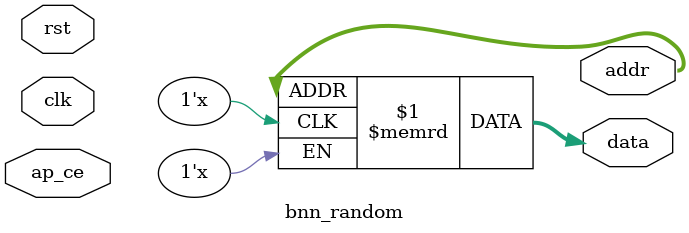
<source format=sv>
/*
    Random inputs for bnn, output selectable
*/

`include "../../random_number_generator.sv"

module bnn_random(
    input logic clk,
    input logic rst,
    input logic ap_ce,
    output logic [5:0] addr,
    output logic [15:0] data
);

logic [15:0] ret[63:0];
assign data = ret[addr];

logic  [255:0] data_V_read;
RandomNumberGenerator #(256, 255) rng1(clk, rst, data_V_read);

dense_latency_0_0_0_0_0_0_0_0_0_0_0_0_0_0_0_0_0_0_0_0_0_0_0_1 bnn(
        clk,
        rst,
        data_V_read,
        ret[0],
        ret[1],
        ret[2],
        ret[3],
        ret[4],
        ret[5],
        ret[6],
        ret[7],
        ret[8],
        ret[9],
        ret[10],
        ret[11],
        ret[12],
        ret[13],
        ret[14],
        ret[15],
        ret[16],
        ret[17],
        ret[18],
        ret[19],
        ret[20],
        ret[21],
        ret[22],
        ret[23],
        ret[24],
        ret[25],
        ret[26],
        ret[27],
        ret[28],
        ret[29],
        ret[30],
        ret[31],
        ret[32],
        ret[33],
        ret[34],
        ret[35],
        ret[36],
        ret[37],
        ret[38],
        ret[39],
        ret[40],
        ret[41],
        ret[42],
        ret[43],
        ret[44],
        ret[45],
        ret[46],
        ret[47],
        ret[48],
        ret[49],
        ret[50],
        ret[51],
        ret[52],
        ret[53],
        ret[54],
        ret[55],
        ret[56],
        ret[57],
        ret[58],
        ret[59],
        ret[60],
        ret[61],
        ret[62],
        ret[63]
);


endmodule
</source>
